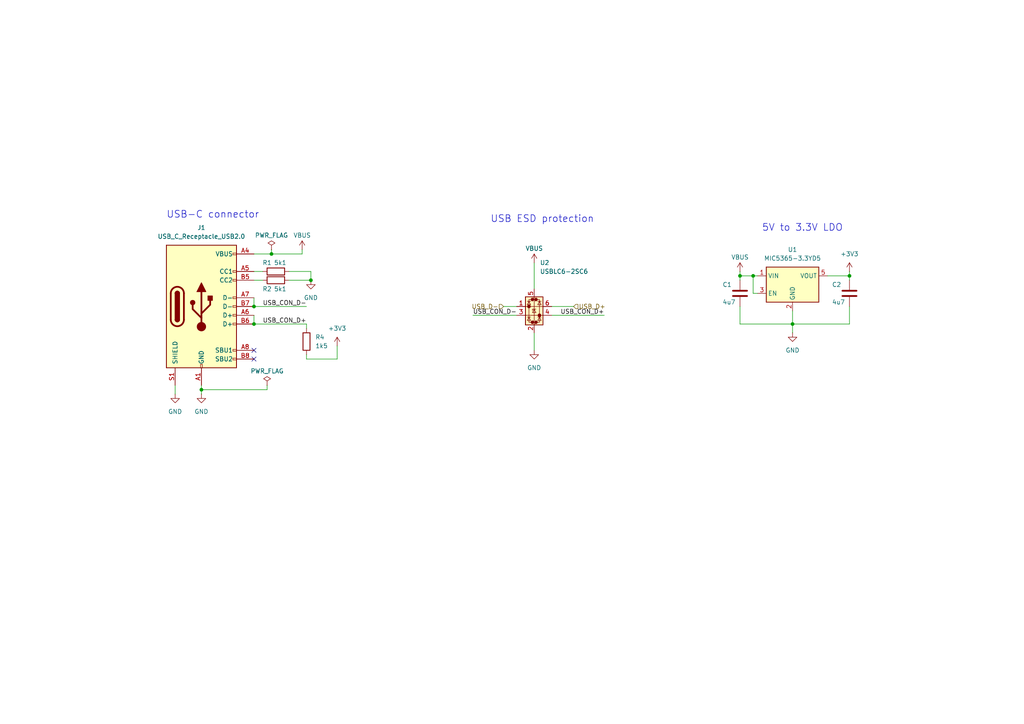
<source format=kicad_sch>
(kicad_sch (version 20231120) (generator "eeschema") (generator_version "8.0")
  (paper "A4")
  (lib_symbols
    (symbol "+3V3_1" (power) (pin_numbers hide) (pin_names (offset 0) hide)
      (property "Value" "+3V3" (at 0 3.556 0))
      (symbol "+3V3_1_0_1"
        (polyline (pts (xy -0.762 1.27) (xy 0 2.54)))
        (polyline (pts (xy 0 0) (xy 0 2.54)))
        (polyline (pts (xy 0 2.54) (xy 0.762 1.27)))
      )
      (symbol "+3V3_1_1_1"
        (pin power_in line (at 0 0 90) (length 0) (name "~") (number "1"))
      )
    )
    (symbol "Connector:USB_C_Receptacle_USB2.0_16P" (pin_names (offset 1.016))
      (property "Reference" "J" (at 0 22.225 0))
      (property "Value" "USB_C_Receptacle_USB2.0_16P" (at 0 19.685 0))
      (symbol "USB_C_Receptacle_USB2.0_16P_0_0"
        (rectangle (start -0.254 -17.78) (end 0.254 -16.764))
        (rectangle (start 10.16 -14.986) (end 9.144 -15.494))
        (rectangle (start 10.16 -12.446) (end 9.144 -12.954))
        (rectangle (start 10.16 -4.826) (end 9.144 -5.334))
        (rectangle (start 10.16 -2.286) (end 9.144 -2.794))
        (rectangle (start 10.16 0.254) (end 9.144 -0.254))
        (rectangle (start 10.16 2.794) (end 9.144 2.286))
        (rectangle (start 10.16 7.874) (end 9.144 7.366))
        (rectangle (start 10.16 10.414) (end 9.144 9.906))
        (rectangle (start 10.16 15.494) (end 9.144 14.986))
      )
      (symbol "USB_C_Receptacle_USB2.0_16P_0_1"
        (rectangle (start -10.16 17.78) (end 10.16 -17.78) (stroke (width 0.254)) (fill (type background)))
        (arc (start -8.89 -3.81) (mid -6.985 -5.7067) (end -5.08 -3.81) (stroke (width 0.508)))
        (arc (start -7.62 -3.81) (mid -6.985 -4.4423) (end -6.35 -3.81) (stroke (width 0.254)))
        (arc (start -7.62 -3.81) (mid -6.985 -4.4423) (end -6.35 -3.81) (stroke (width 0.254)) (fill (type outline)))
        (rectangle (start -7.62 -3.81) (end -6.35 3.81) (stroke (width 0.254)) (fill (type outline)))
        (arc (start -6.35 3.81) (mid -6.985 4.4423) (end -7.62 3.81) (stroke (width 0.254)))
        (arc (start -6.35 3.81) (mid -6.985 4.4423) (end -7.62 3.81) (stroke (width 0.254)) (fill (type outline)))
        (arc (start -5.08 3.81) (mid -6.985 5.7067) (end -8.89 3.81) (stroke (width 0.508)))
        (circle (center -2.54 1.143) (radius 0.635) (stroke (width 0.254)) (fill (type outline)))
        (circle (center 0 -5.842) (radius 1.27) (fill (type outline)))
        (polyline (pts (xy -8.89 -3.81) (xy -8.89 3.81)) (stroke (width 0.508)))
        (polyline (pts (xy -5.08 3.81) (xy -5.08 -3.81)) (stroke (width 0.508)))
        (polyline (pts (xy 0 -5.842) (xy 0 4.318)) (stroke (width 0.508)))
        (polyline (pts (xy 0 -3.302) (xy -2.54 -0.762) (xy -2.54 0.508)) (stroke (width 0.508)))
        (polyline (pts (xy 0 -2.032) (xy 2.54 0.508) (xy 2.54 1.778)) (stroke (width 0.508)))
        (polyline (pts (xy -1.27 4.318) (xy 0 6.858) (xy 1.27 4.318) (xy -1.27 4.318)) (stroke (width 0.254)) (fill (type outline)))
        (rectangle (start 1.905 1.778) (end 3.175 3.048) (stroke (width 0.254)) (fill (type outline)))
      )
      (symbol "USB_C_Receptacle_USB2.0_16P_1_1"
        (pin passive line (at 0 -22.86 90) (length 5.08) (name "GND") (number "A1"))
        (pin passive line (at 0 -22.86 90) (length 5.08) hide (name "GND") (number "A12"))
        (pin passive line (at 15.24 15.24 180) (length 5.08) (name "VBUS") (number "A4"))
        (pin bidirectional line (at 15.24 10.16 180) (length 5.08) (name "CC1") (number "A5"))
        (pin bidirectional line (at 15.24 -2.54 180) (length 5.08) (name "D+") (number "A6"))
        (pin bidirectional line (at 15.24 2.54 180) (length 5.08) (name "D-") (number "A7"))
        (pin bidirectional line (at 15.24 -12.7 180) (length 5.08) (name "SBU1") (number "A8"))
        (pin passive line (at 15.24 15.24 180) (length 5.08) hide (name "VBUS") (number "A9"))
        (pin passive line (at 0 -22.86 90) (length 5.08) hide (name "GND") (number "B1"))
        (pin passive line (at 0 -22.86 90) (length 5.08) hide (name "GND") (number "B12"))
        (pin passive line (at 15.24 15.24 180) (length 5.08) hide (name "VBUS") (number "B4"))
        (pin bidirectional line (at 15.24 7.62 180) (length 5.08) (name "CC2") (number "B5"))
        (pin bidirectional line (at 15.24 -5.08 180) (length 5.08) (name "D+") (number "B6"))
        (pin bidirectional line (at 15.24 0 180) (length 5.08) (name "D-") (number "B7"))
        (pin bidirectional line (at 15.24 -15.24 180) (length 5.08) (name "SBU2") (number "B8"))
        (pin passive line (at 15.24 15.24 180) (length 5.08) hide (name "VBUS") (number "B9"))
        (pin passive line (at -7.62 -22.86 90) (length 5.08) (name "SHIELD") (number "S1"))
      )
    )
    (symbol "Device:C" (pin_numbers hide) (pin_names (offset 0.254))
      (property "Reference" "C" (at 0.635 2.54 0))
      (property "Value" "C" (at 0.635 -2.54 0))
      (symbol "C_0_1"
        (polyline (pts (xy -2.032 -0.762) (xy 2.032 -0.762)) (stroke (width 0.508)))
        (polyline (pts (xy -2.032 0.762) (xy 2.032 0.762)) (stroke (width 0.508)))
      )
      (symbol "C_1_1"
        (pin passive line (at 0 3.81 270) (length 2.794) (name "~") (number "1"))
        (pin passive line (at 0 -3.81 90) (length 2.794) (name "~") (number "2"))
      )
    )
    (symbol "Device:R" (pin_numbers hide) (pin_names (offset 0))
      (property "Reference" "R" (at 2.032 0 90))
      (property "Value" "R" (at 0 0 90))
      (symbol "R_0_1"
        (rectangle (start -1.016 -2.54) (end 1.016 2.54) (stroke (width 0.254)))
      )
      (symbol "R_1_1"
        (pin passive line (at 0 3.81 270) (length 1.27) (name "~") (number "1"))
        (pin passive line (at 0 -3.81 90) (length 1.27) (name "~") (number "2"))
      )
    )
    (symbol "GND_1" (power) (pin_numbers hide) (pin_names (offset 0) hide)
      (property "Value" "GND" (at 0 -3.81 0))
      (symbol "GND_1_0_1"
        (polyline (pts (xy 0 0) (xy 0 -1.27) (xy 1.27 -1.27) (xy 0 -2.54) (xy -1.27 -1.27) (xy 0 -1.27)))
      )
      (symbol "GND_1_1_1"
        (pin power_in line (at 0 0 270) (length 0) (name "~") (number "1"))
      )
    )
    (symbol "GND_2" (power) (pin_numbers hide) (pin_names (offset 0) hide)
      (property "Value" "GND" (at 0 -3.81 0))
      (symbol "GND_2_0_1"
        (polyline (pts (xy 0 0) (xy 0 -1.27) (xy 1.27 -1.27) (xy 0 -2.54) (xy -1.27 -1.27) (xy 0 -1.27)))
      )
      (symbol "GND_2_1_1"
        (pin power_in line (at 0 0 270) (length 0) (name "~") (number "1"))
      )
    )
    (symbol "GND_3" (power) (pin_numbers hide) (pin_names (offset 0) hide)
      (property "Value" "GND" (at 0 -3.81 0))
      (symbol "GND_3_0_1"
        (polyline (pts (xy 0 0) (xy 0 -1.27) (xy 1.27 -1.27) (xy 0 -2.54) (xy -1.27 -1.27) (xy 0 -1.27)))
      )
      (symbol "GND_3_1_1"
        (pin power_in line (at 0 0 270) (length 0) (name "~") (number "1"))
      )
    )
    (symbol "GND_4" (power) (pin_numbers hide) (pin_names (offset 0) hide)
      (property "Value" "GND" (at 0 -3.81 0))
      (symbol "GND_4_0_1"
        (polyline (pts (xy 0 0) (xy 0 -1.27) (xy 1.27 -1.27) (xy 0 -2.54) (xy -1.27 -1.27) (xy 0 -1.27)))
      )
      (symbol "GND_4_1_1"
        (pin power_in line (at 0 0 270) (length 0) (name "~") (number "1"))
      )
    )
    (symbol "Power_Protection:USBLC6-2SC6" (pin_names hide)
      (property "Reference" "U" (at 0.635 5.715 0))
      (property "Value" "USBLC6-2SC6" (at 0.635 3.81 0))
      (symbol "USBLC6-2SC6_0_0"
        (circle (center -1.524 0) (radius 0.0001) (stroke (width 0.508)))
        (circle (center -0.508 -4.572) (radius 0.0001) (stroke (width 0.508)))
        (circle (center -0.508 2.032) (radius 0.0001) (stroke (width 0.508)))
        (circle (center 0.508 -4.572) (radius 0.0001) (stroke (width 0.508)))
        (circle (center 0.508 2.032) (radius 0.0001) (stroke (width 0.508)))
        (circle (center 1.524 -2.54) (radius 0.0001) (stroke (width 0.508)))
      )
      (symbol "USBLC6-2SC6_0_1"
        (polyline (pts (xy -2.54 -2.54) (xy 2.54 -2.54)))
        (polyline (pts (xy -2.54 0) (xy 2.54 0)))
        (polyline (pts (xy -2.032 -3.048) (xy -1.016 -3.048)))
        (polyline (pts (xy -1.016 1.524) (xy -2.032 1.524)))
        (polyline (pts (xy 1.016 -3.048) (xy 2.032 -3.048)))
        (polyline (pts (xy 1.016 1.524) (xy 2.032 1.524)))
        (polyline (pts (xy -0.508 -1.143) (xy -0.508 -0.762) (xy 0.508 -0.762)))
        (polyline (pts (xy -2.032 0.508) (xy -1.016 0.508) (xy -1.524 1.524) (xy -2.032 0.508)))
        (polyline (pts (xy -1.016 -4.064) (xy -2.032 -4.064) (xy -1.524 -3.048) (xy -1.016 -4.064)))
        (polyline (pts (xy 0.508 -1.778) (xy -0.508 -1.778) (xy 0 -0.762) (xy 0.508 -1.778)))
        (polyline (pts (xy 2.032 -4.064) (xy 1.016 -4.064) (xy 1.524 -3.048) (xy 2.032 -4.064)))
        (polyline (pts (xy 2.032 0.508) (xy 1.016 0.508) (xy 1.524 1.524) (xy 2.032 0.508)))
        (polyline (pts (xy 0 2.54) (xy -0.508 2.032) (xy 0.508 2.032) (xy 0 1.524) (xy 0 -4.064) (xy -0.508 -4.572) (xy 0.508 -4.572) (xy 0 -5.08)))
      )
      (symbol "USBLC6-2SC6_1_1"
        (rectangle (start -2.54 2.794) (end 2.54 -5.334) (stroke (width 0.254)) (fill (type background)))
        (polyline (pts (xy -0.508 2.032) (xy -1.524 2.032) (xy -1.524 -4.572) (xy -0.508 -4.572)))
        (polyline (pts (xy 0.508 -4.572) (xy 1.524 -4.572) (xy 1.524 2.032) (xy 0.508 2.032)))
        (pin passive line (at -5.08 0 0) (length 2.54) (name "I/O1") (number "1"))
        (pin passive line (at 0 -7.62 90) (length 2.54) (name "GND") (number "2"))
        (pin passive line (at -5.08 -2.54 0) (length 2.54) (name "I/O2") (number "3"))
        (pin passive line (at 5.08 -2.54 180) (length 2.54) (name "I/O2") (number "4"))
        (pin passive line (at 0 5.08 270) (length 2.54) (name "VBUS") (number "5"))
        (pin passive line (at 5.08 0 180) (length 2.54) (name "I/O1") (number "6"))
      )
    )
    (symbol "Regulator_Linear:MIC5365-3.3YD5"
      (property "Reference" "U" (at -7.62 6.35 0))
      (property "Value" "MIC5365-3.3YD5" (at 0 6.35 0))
      (symbol "MIC5365-3.3YD5_0_1"
        (rectangle (start -7.62 -5.08) (end 7.62 5.08) (stroke (width 0.254)) (fill (type background)))
      )
      (symbol "MIC5365-3.3YD5_1_1"
        (pin power_in line (at -10.16 2.54 0) (length 2.54) (name "VIN") (number "1"))
        (pin power_in line (at 0 -7.62 90) (length 2.54) (name "GND") (number "2"))
        (pin input line (at -10.16 -2.54 0) (length 2.54) (name "EN") (number "3"))
        (pin no_connect line (at 7.62 -2.54 180) (length 2.54) hide (name "NC") (number "4"))
        (pin power_out line (at 10.16 2.54 180) (length 2.54) (name "VOUT") (number "5"))
      )
    )
    (symbol "VBUS_1" (power) (pin_numbers hide) (pin_names (offset 0) hide)
      (property "Value" "VBUS" (at 0 3.556 0))
      (symbol "VBUS_1_0_1"
        (polyline (pts (xy -0.762 1.27) (xy 0 2.54)))
        (polyline (pts (xy 0 0) (xy 0 2.54)))
        (polyline (pts (xy 0 2.54) (xy 0.762 1.27)))
      )
      (symbol "VBUS_1_1_1"
        (pin power_in line (at 0 0 90) (length 0) (name "~") (number "1"))
      )
    )
    (symbol "VBUS_2" (power) (pin_numbers hide) (pin_names (offset 0) hide)
      (property "Value" "VBUS" (at 0 3.556 0))
      (symbol "VBUS_2_0_1"
        (polyline (pts (xy -0.762 1.27) (xy 0 2.54)))
        (polyline (pts (xy 0 0) (xy 0 2.54)))
        (polyline (pts (xy 0 2.54) (xy 0.762 1.27)))
      )
      (symbol "VBUS_2_1_1"
        (pin power_in line (at 0 0 90) (length 0) (name "~") (number "1"))
      )
    )
    (symbol "power:+3V3" (power) (pin_numbers hide) (pin_names (offset 0) hide)
      (property "Value" "+3V3" (at 0 3.556 0))
      (symbol "+3V3_0_1"
        (polyline (pts (xy -0.762 1.27) (xy 0 2.54)))
        (polyline (pts (xy 0 0) (xy 0 2.54)))
        (polyline (pts (xy 0 2.54) (xy 0.762 1.27)))
      )
      (symbol "+3V3_1_1"
        (pin power_in line (at 0 0 90) (length 0) (name "~") (number "1"))
      )
    )
    (symbol "power:GND" (power) (pin_numbers hide) (pin_names (offset 0) hide)
      (property "Value" "GND" (at 0 -3.81 0))
      (symbol "GND_0_1"
        (polyline (pts (xy 0 0) (xy 0 -1.27) (xy 1.27 -1.27) (xy 0 -2.54) (xy -1.27 -1.27) (xy 0 -1.27)))
      )
      (symbol "GND_1_1"
        (pin power_in line (at 0 0 270) (length 0) (name "~") (number "1"))
      )
    )
    (symbol "power:PWR_FLAG" (power) (pin_numbers hide) (pin_names (offset 0) hide)
      (property "Value" "PWR_FLAG" (at 0 3.81 0))
      (symbol "PWR_FLAG_0_0"
        (pin power_out line (at 0 0 90) (length 0) (name "~") (number "1"))
      )
      (symbol "PWR_FLAG_0_1"
        (polyline (pts (xy 0 0) (xy 0 1.27) (xy -1.016 1.905) (xy 0 2.54) (xy 1.016 1.905) (xy 0 1.27)))
      )
    )
    (symbol "power:VBUS" (power) (pin_numbers hide) (pin_names (offset 0) hide)
      (property "Value" "VBUS" (at 0 3.556 0))
      (symbol "VBUS_0_1"
        (polyline (pts (xy -0.762 1.27) (xy 0 2.54)))
        (polyline (pts (xy 0 0) (xy 0 2.54)))
        (polyline (pts (xy 0 2.54) (xy 0.762 1.27)))
      )
      (symbol "VBUS_1_1"
        (pin power_in line (at 0 0 90) (length 0) (name "~") (number "1"))
      )
    )
  )
  (junction (at 90.17 81.28))
  (junction (at 73.66 93.98))
  (junction (at 218.44 80.01))
  (junction (at 229.87 93.98))
  (junction (at 73.66 88.9))
  (junction (at 78.74 73.66))
  (junction (at 246.38 80.01))
  (junction (at 58.42 113.03))
  (junction (at 214.63 80.01))
  (no_connect (at 73.66 104.14))
  (no_connect (at 73.66 101.6))
  (wire (pts (xy 73.66 73.66) (xy 78.74 73.66)))
  (wire (pts (xy 88.9 93.98) (xy 73.66 93.98)))
  (wire (pts (xy 214.63 93.98) (xy 229.87 93.98)))
  (wire (pts (xy 58.42 113.03) (xy 58.42 114.3)))
  (wire (pts (xy 246.38 78.74) (xy 246.38 80.01)))
  (wire (pts (xy 73.66 88.9) (xy 88.9 88.9)))
  (wire (pts (xy 58.42 111.76) (xy 58.42 113.03)))
  (wire (pts (xy 83.82 78.74) (xy 90.17 78.74)))
  (wire (pts (xy 214.63 78.74) (xy 214.63 80.01)))
  (wire (pts (xy 214.63 80.01) (xy 218.44 80.01)))
  (wire (pts (xy 73.66 78.74) (xy 76.2 78.74)))
  (wire (pts (xy 218.44 80.01) (xy 219.71 80.01)))
  (wire (pts (xy 88.9 104.14) (xy 97.79 104.14)))
  (wire (pts (xy 246.38 88.9) (xy 246.38 93.98)))
  (wire (pts (xy 88.9 95.25) (xy 88.9 93.98)))
  (wire (pts (xy 73.66 86.36) (xy 73.66 88.9)))
  (wire (pts (xy 78.74 72.39) (xy 78.74 73.66)))
  (wire (pts (xy 240.03 80.01) (xy 246.38 80.01)))
  (wire (pts (xy 246.38 80.01) (xy 246.38 81.28)))
  (wire (pts (xy 154.94 76.2) (xy 154.94 83.82)))
  (wire (pts (xy 229.87 90.17) (xy 229.87 93.98)))
  (wire (pts (xy 214.63 80.01) (xy 214.63 81.28)))
  (wire (pts (xy 73.66 91.44) (xy 73.66 93.98)))
  (wire (pts (xy 229.87 96.52) (xy 229.87 93.98)))
  (wire (pts (xy 137.16 91.44) (xy 149.86 91.44)))
  (wire (pts (xy 146.05 88.9) (xy 149.86 88.9)))
  (wire (pts (xy 90.17 78.74) (xy 90.17 81.28)))
  (wire (pts (xy 218.44 80.01) (xy 218.44 85.09)))
  (wire (pts (xy 154.94 96.52) (xy 154.94 101.6)))
  (wire (pts (xy 214.63 88.9) (xy 214.63 93.98)))
  (wire (pts (xy 77.47 111.76) (xy 77.47 113.03)))
  (wire (pts (xy 78.74 73.66) (xy 87.63 73.66)))
  (wire (pts (xy 83.82 81.28) (xy 90.17 81.28)))
  (wire (pts (xy 50.8 111.76) (xy 50.8 114.3)))
  (wire (pts (xy 160.02 88.9) (xy 166.37 88.9)))
  (wire (pts (xy 77.47 113.03) (xy 58.42 113.03)))
  (wire (pts (xy 219.71 85.09) (xy 218.44 85.09)))
  (wire (pts (xy 160.02 91.44) (xy 175.26 91.44)))
  (wire (pts (xy 88.9 102.87) (xy 88.9 104.14)))
  (wire (pts (xy 97.79 100.33) (xy 97.79 104.14)))
  (wire (pts (xy 87.63 72.39) (xy 87.63 73.66)))
  (wire (pts (xy 229.87 93.98) (xy 246.38 93.98)))
  (wire (pts (xy 73.66 81.28) (xy 76.2 81.28)))
  (text "5V to 3.3V LDO" (at 220.98 67.31 0) (effects (font (size 2 2)) (justify left bottom)))
  (text "USB ESD protection" (at 142.24 64.77 0) (effects (font (size 2 2)) (justify left bottom)))
  (text "USB-C connector" (at 48.26 63.5 0) (effects (font (size 2 2)) (justify left bottom)))
  (label "USB_CON_D+" (at 88.9 93.98 180))
  (label "USB_CON_D-" (at 88.9 88.9 180))
  (label "USB_CON_D+" (at 175.26 91.44 180))
  (label "USB_CON_D-" (at 137.16 91.44 0))
  (hierarchical_label "USB_D+" (shape input) (at 166.37 88.9 0))
  (hierarchical_label "USB_D-" (shape input) (at 146.05 88.9 180))
  (symbol (lib_id "Regulator_Linear:MIC5365-3.3YD5") (at 229.87 82.55 0) (unit 1)
    (property "Reference" "U1" (at 229.87 72.39 0))
    (property "Value" "MIC5365-3.3YD5" (at 229.87 74.93 0))
    (property "Footprint" "Package_TO_SOT_SMD:SOT-23-5" (effects (hide yes)))
    (property "Datasheet" "https://www.lcsc.com/datasheet/lcsc_datasheet_1810151811_Texas-Instruments-TPS70933DBVR_C89347.pdf" (effects (hide yes)))
    (property "Manufracturer" "Texas Instruments" (effects (hide yes)))
    (property "Manufracturer Part Number" "TPS70933DBVR" (effects (hide yes)))
    (property "JLCPCB Part" "C89347" (effects (hide yes)))
    (instances (project "111VU" (path "" (reference "U1") (unit 1))) (project "PedestalConnectBox" (path "" (reference "U4") (unit 1))))
  )
  (symbol (lib_id "power:+3V3") (at 246.38 78.74 0) (unit 1)
    (property "Reference" "#PWR09" (effects (hide yes)))
    (property "Value" "+3V3" (at 246.38 73.66 0))
    (property "Description" "Power symbol creates a global label with name \"+3V3\"" (effects (hide yes)))
    (instances (project "111VU" (path "" (reference "#PWR09") (unit 1))) (project "PedestalConnectBox" (path "" (reference "#PWR010") (unit 1))))
  )
  (symbol (lib_id "Power_Protection:USBLC6-2SC6") (at 154.94 88.9 0) (unit 1)
    (property "Reference" "U2" (at 156.5911 76.2 0) (effects (justify left)))
    (property "Value" "USBLC6-2SC6" (at 156.5911 78.74 0) (effects (justify left)))
    (property "Footprint" "Package_TO_SOT_SMD:SOT-23-6" (effects (hide yes)))
    (property "Datasheet" "https://www.st.com/resource/en/datasheet/usblc6-2.pdf" (effects (hide yes)))
    (property "Description" "Very low capacitance ESD protection diode, 2 data-line, SOT-23-6" (effects (hide yes)))
    (property "JLCPCB Part" "C7519" (effects (hide yes)))
    (property "Manufracturer" "STMicroelectronics" (effects (hide yes)))
    (property "Manufracturer Part Number" "USBLC6-2SC6" (effects (hide yes)))
  )
  (symbol (lib_id "Device:C") (at 214.63 85.09 0) (unit 1)
    (property "Reference" "C1" (at 209.55 82.55 0) (effects (justify left)))
    (property "Value" "4u7" (at 209.55 87.63 0) (effects (justify left)))
    (property "Footprint" "Capacitor_SMD:C_0805_2012Metric" (effects (hide yes)))
    (property "Datasheet" "https://datasheet.lcsc.com/lcsc/2304140030_Samsung-Electro-Mechanics-CL21A475KAQNNNE_C1779.pdf" (effects (hide yes)))
    (property "Manufracturer" "Samsung Electro-Mechanics" (effects (hide yes)))
    (property "Manufracturer Part Number" "CL21A475KAQNNNE" (effects (hide yes)))
    (property "JLCPCB Part" "C1779" (effects (hide yes)))
  )
  (symbol (lib_id "Device:R") (at 80.01 81.28 90) (unit 1)
    (property "Reference" "R2" (at 77.47 83.82 90))
    (property "Value" "5k1" (at 81.28 83.82 90))
    (property "Footprint" "Resistor_SMD:R_0603_1608Metric" (effects (hide yes)))
    (property "Datasheet" "https://www.lcsc.com/datasheet/lcsc_datasheet_2206010116_UNI-ROYAL-Uniroyal-Elec-0603WAF5101T5E_C23186.pdf" (effects (hide yes)))
    (property "Manufracturer" "UNI-ROYAL(Uniroyal Elec)" (effects (hide yes)))
    (property "Manufracturer Part Number" "0603WAF5101T5E" (effects (hide yes)))
    (property "JLCPCB Part" "C23186" (effects (hide yes)))
  )
  (symbol (lib_name "GND_1") (lib_id "power:GND") (at 50.8 114.3 0) (unit 1)
    (property "Reference" "#PWR01" (effects (hide yes)))
    (property "Value" "GND" (at 50.8 119.38 0))
    (property "Description" "Power symbol creates a global label with name \"GND\" , ground" (effects (hide yes)))
    (instances (project "111VU" (path "" (reference "#PWR01") (unit 1))) (project "PedestalConnectBox" (path "" (reference "#PWR02") (unit 1))))
  )
  (symbol (lib_id "power:PWR_FLAG") (at 78.74 72.39 0) (unit 1)
    (property "Reference" "#FLG02" (effects (hide yes)))
    (property "Value" "PWR_FLAG" (at 78.74 68.2569 0))
    (property "Description" "Special symbol for telling ERC where power comes from" (effects (hide yes)))
  )
  (symbol (lib_name "+3V3_1") (lib_id "power:+3V3") (at 97.79 100.33 0) (unit 1)
    (property "Reference" "#PWR019" (effects (hide yes)))
    (property "Value" "+3V3" (at 97.79 95.25 0))
    (property "Description" "Power symbol creates a global label with name \"+3V3\"" (effects (hide yes)))
  )
  (symbol (lib_id "Device:R") (at 88.9 99.06 0) (unit 1)
    (property "Reference" "R4" (at 91.44 97.7899 0) (effects (justify left)))
    (property "Value" "1k5" (at 91.44 100.3299 0) (effects (justify left)))
    (property "Footprint" "Resistor_SMD:R_0805_2012Metric" (effects (hide yes)))
    (property "Datasheet" "https://www.lcsc.com/datasheet/lcsc_datasheet_2206010216_UNI-ROYAL-Uniroyal-Elec-0805W8F1501T5E_C4310.pdf" (effects (hide yes)))
    (property "Description" "Resistor" (effects (hide yes)))
    (property "JLCPCB Part" "C4310" (effects (hide yes)))
    (property "Manufracturer" "UNI-ROYAL(Uniroyal Elec)" (effects (hide yes)))
    (property "Manufracturer Part Number" "0805W8F1501T5E" (effects (hide yes)))
  )
  (symbol (lib_name "GND_2") (lib_id "power:GND") (at 90.17 81.28 0) (unit 1)
    (property "Reference" "#PWR08" (effects (hide yes)))
    (property "Value" "GND" (at 90.17 86.36 0))
    (property "Description" "Power symbol creates a global label with name \"GND\" , ground" (effects (hide yes)))
    (instances (project "111VU" (path "" (reference "#PWR08") (unit 1))) (project "PedestalConnectBox" (path "" (reference "#PWR07") (unit 1))))
  )
  (symbol (lib_name "GND_3") (lib_id "power:GND") (at 58.42 114.3 0) (unit 1)
    (property "Reference" "#PWR03" (effects (hide yes)))
    (property "Value" "GND" (at 58.42 119.38 0))
    (property "Description" "Power symbol creates a global label with name \"GND\" , ground" (effects (hide yes)))
    (instances (project "111VU" (path "" (reference "#PWR03") (unit 1))) (project "PedestalConnectBox" (path "" (reference "#PWR04") (unit 1))))
  )
  (symbol (lib_name "VBUS_1") (lib_id "power:VBUS") (at 87.63 72.39 0) (unit 1)
    (property "Reference" "#PWR07" (effects (hide yes)))
    (property "Value" "VBUS" (at 87.63 68.2569 0))
    (property "Description" "Power symbol creates a global label with name \"VBUS\"" (effects (hide yes)))
    (instances (project "111VU" (path "" (reference "#PWR07") (unit 1))) (project "PedestalConnectBox" (path "" (reference "#PWR06") (unit 1))))
  )
  (symbol (lib_id "Device:C") (at 246.38 85.09 0) (unit 1)
    (property "Reference" "C2" (at 241.3 82.55 0) (effects (justify left)))
    (property "Value" "4u7" (at 241.3 87.63 0) (effects (justify left)))
    (property "Footprint" "Capacitor_SMD:C_0805_2012Metric" (effects (hide yes)))
    (property "Datasheet" "https://datasheet.lcsc.com/lcsc/2304140030_Samsung-Electro-Mechanics-CL21A475KAQNNNE_C1779.pdf" (effects (hide yes)))
    (property "Manufracturer" "Samsung Electro-Mechanics" (effects (hide yes)))
    (property "Manufracturer Part Number" "CL21A475KAQNNNE" (effects (hide yes)))
    (property "JLCPCB Part" "C1779" (effects (hide yes)))
  )
  (symbol (lib_id "power:PWR_FLAG") (at 77.47 111.76 0) (unit 1)
    (property "Reference" "#FLG01" (effects (hide yes)))
    (property "Value" "PWR_FLAG" (at 77.47 107.6269 0))
    (property "Description" "Special symbol for telling ERC where power comes from" (effects (hide yes)))
  )
  (symbol (lib_name "GND_4") (lib_id "power:GND") (at 154.94 101.6 0) (unit 1)
    (property "Reference" "#PWR03" (effects (hide yes)))
    (property "Value" "GND" (at 154.94 106.68 0))
    (property "Description" "Power symbol creates a global label with name \"GND\" , ground" (effects (hide yes)))
    (instances (project "111VU" (path "" (reference "#PWR03") (unit 1))) (project "PedestalConnectBox" (path "" (reference "#PWR016") (unit 1))))
  )
  (symbol (lib_id "power:GND") (at 229.87 96.52 0) (unit 1)
    (property "Reference" "#PWR06" (effects (hide yes)))
    (property "Value" "GND" (at 229.87 101.6 0))
    (property "Description" "Power symbol creates a global label with name \"GND\" , ground" (effects (hide yes)))
    (instances (project "111VU" (path "" (reference "#PWR06") (unit 1))) (project "PedestalConnectBox" (path "" (reference "#PWR09") (unit 1))))
  )
  (symbol (lib_id "power:VBUS") (at 214.63 78.74 0) (unit 1)
    (property "Reference" "#PWR05" (effects (hide yes)))
    (property "Value" "VBUS" (at 214.63 74.6069 0))
    (property "Description" "Power symbol creates a global label with name \"VBUS\"" (effects (hide yes)))
    (instances (project "111VU" (path "" (reference "#PWR05") (unit 1))) (project "PedestalConnectBox" (path "" (reference "#PWR08") (unit 1))))
  )
  (symbol (lib_id "Connector:USB_C_Receptacle_USB2.0_16P") (at 58.42 88.9 0) (unit 1)
    (property "Reference" "J1" (at 58.42 66.04 0))
    (property "Value" "USB_C_Receptacle_USB2.0" (at 58.42 68.58 0))
    (property "Footprint" "NiasStuff:USB_C_Receptacle_G-Switch_GT-USB-7010ASV" (effects (hide yes)))
    (property "Datasheet" "https://www.usb.org/sites/default/files/documents/usb_type-c.zip" (effects (hide yes)))
    (property "Description" "USB 2.0-only 16P Type-C Receptacle connector" (effects (hide yes)))
    (property "Manufracturer" "G-Switch" (effects (hide yes)))
    (property "Manufracturer Part Number" "GT-USB-7010C" (effects (hide yes)))
    (property "JLCPCB Part" "C2843967" (effects (hide yes)))
  )
  (symbol (lib_name "VBUS_2") (lib_id "power:VBUS") (at 154.94 76.2 0) (unit 1)
    (property "Reference" "#PWR07" (effects (hide yes)))
    (property "Value" "VBUS" (at 154.94 72.0669 0))
    (property "Description" "Power symbol creates a global label with name \"VBUS\"" (effects (hide yes)))
    (instances (project "111VU" (path "" (reference "#PWR07") (unit 1))) (project "PedestalConnectBox" (path "" (reference "#PWR015") (unit 1))))
  )
  (symbol (lib_id "Device:R") (at 80.01 78.74 90) (unit 1)
    (property "Reference" "R1" (at 77.47 76.2 90))
    (property "Value" "5k1" (at 81.28 76.2 90))
    (property "Footprint" "Resistor_SMD:R_0603_1608Metric" (effects (hide yes)))
    (property "Datasheet" "https://www.lcsc.com/datasheet/lcsc_datasheet_2206010116_UNI-ROYAL-Uniroyal-Elec-0603WAF5101T5E_C23186.pdf" (effects (hide yes)))
    (property "Manufracturer" "UNI-ROYAL(Uniroyal Elec)" (effects (hide yes)))
    (property "Manufracturer Part Number" "0603WAF5101T5E" (effects (hide yes)))
    (property "JLCPCB Part" "C23186" (effects (hide yes)))
  )
)
</source>
